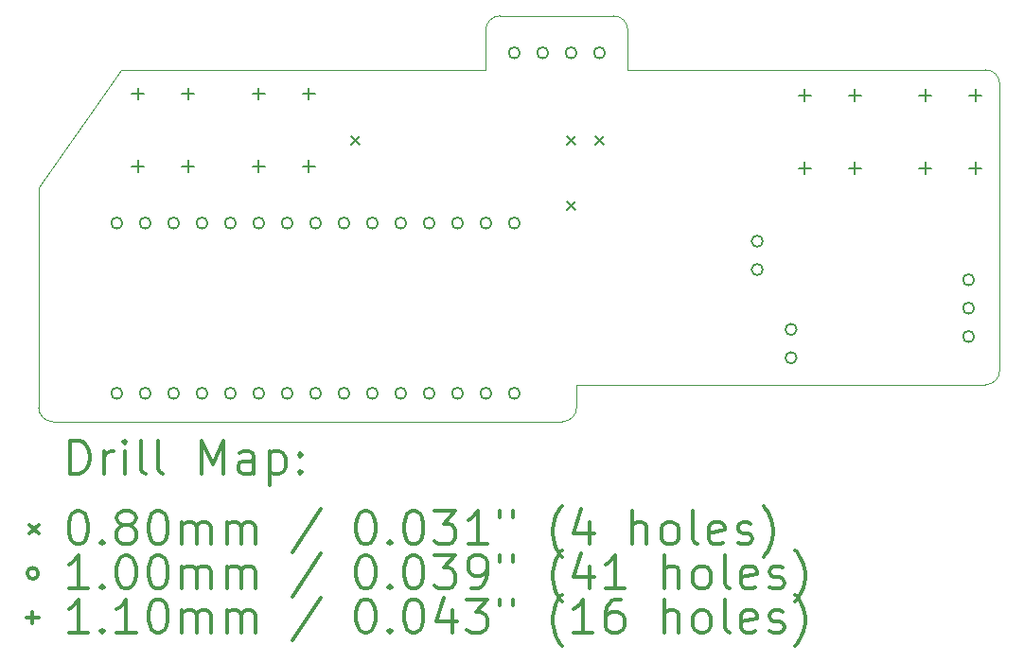
<source format=gbr>
%FSLAX45Y45*%
G04 Gerber Fmt 4.5, Leading zero omitted, Abs format (unit mm)*
G04 Created by KiCad (PCBNEW (5.1.9)-1) date 2021-04-19 08:10:03*
%MOMM*%
%LPD*%
G01*
G04 APERTURE LIST*
%TA.AperFunction,Profile*%
%ADD10C,0.050000*%
%TD*%
%ADD11C,0.200000*%
%ADD12C,0.300000*%
G04 APERTURE END LIST*
D10*
X10709656Y-10312400D02*
X13970000Y-10312400D01*
X9969500Y-11366500D02*
X10709656Y-10312400D01*
X10096500Y-13462000D02*
G75*
G02*
X9969500Y-13335000I0J127000D01*
G01*
X14782800Y-13335000D02*
G75*
G02*
X14655800Y-13462000I-127000J0D01*
G01*
X18567400Y-13004800D02*
G75*
G02*
X18440400Y-13131800I-127000J0D01*
G01*
X18440400Y-10312400D02*
G75*
G02*
X18567400Y-10439400I0J-127000D01*
G01*
X15113000Y-9829800D02*
G75*
G02*
X15240000Y-9956800I0J-127000D01*
G01*
X13970000Y-9956800D02*
G75*
G02*
X14097000Y-9829800I127000J0D01*
G01*
X14655800Y-13462000D02*
X14414500Y-13462000D01*
X14097000Y-9829800D02*
X15113000Y-9829800D01*
X14782800Y-13131800D02*
X14782800Y-13335000D01*
X14782800Y-13131800D02*
X18440400Y-13131800D01*
X18567400Y-10439400D02*
X18567400Y-13004800D01*
X15240000Y-10312400D02*
X15240000Y-9956800D01*
X15240000Y-10312400D02*
X18440400Y-10312400D01*
X13970000Y-10312400D02*
X13970000Y-9956800D01*
X9969500Y-13335000D02*
X9969500Y-11366500D01*
X10096500Y-13462000D02*
X14414500Y-13462000D01*
D11*
X12761722Y-10907522D02*
X12841478Y-10987278D01*
X12841478Y-10907522D02*
X12761722Y-10987278D01*
X14692122Y-10907522D02*
X14771878Y-10987278D01*
X14771878Y-10907522D02*
X14692122Y-10987278D01*
X14692122Y-11491722D02*
X14771878Y-11571478D01*
X14771878Y-11491722D02*
X14692122Y-11571478D01*
X14946122Y-10907522D02*
X15025878Y-10987278D01*
X15025878Y-10907522D02*
X14946122Y-10987278D01*
X10718000Y-11684000D02*
G75*
G03*
X10718000Y-11684000I-50000J0D01*
G01*
X10718000Y-13208000D02*
G75*
G03*
X10718000Y-13208000I-50000J0D01*
G01*
X10972000Y-11684000D02*
G75*
G03*
X10972000Y-11684000I-50000J0D01*
G01*
X10972000Y-13208000D02*
G75*
G03*
X10972000Y-13208000I-50000J0D01*
G01*
X11226000Y-11684000D02*
G75*
G03*
X11226000Y-11684000I-50000J0D01*
G01*
X11226000Y-13208000D02*
G75*
G03*
X11226000Y-13208000I-50000J0D01*
G01*
X11480000Y-11684000D02*
G75*
G03*
X11480000Y-11684000I-50000J0D01*
G01*
X11480000Y-13208000D02*
G75*
G03*
X11480000Y-13208000I-50000J0D01*
G01*
X11734000Y-11684000D02*
G75*
G03*
X11734000Y-11684000I-50000J0D01*
G01*
X11734000Y-13208000D02*
G75*
G03*
X11734000Y-13208000I-50000J0D01*
G01*
X11988000Y-11684000D02*
G75*
G03*
X11988000Y-11684000I-50000J0D01*
G01*
X11988000Y-13208000D02*
G75*
G03*
X11988000Y-13208000I-50000J0D01*
G01*
X12242000Y-11684000D02*
G75*
G03*
X12242000Y-11684000I-50000J0D01*
G01*
X12242000Y-13208000D02*
G75*
G03*
X12242000Y-13208000I-50000J0D01*
G01*
X12496000Y-11684000D02*
G75*
G03*
X12496000Y-11684000I-50000J0D01*
G01*
X12496000Y-13208000D02*
G75*
G03*
X12496000Y-13208000I-50000J0D01*
G01*
X12750000Y-11684000D02*
G75*
G03*
X12750000Y-11684000I-50000J0D01*
G01*
X12750000Y-13208000D02*
G75*
G03*
X12750000Y-13208000I-50000J0D01*
G01*
X13004000Y-11684000D02*
G75*
G03*
X13004000Y-11684000I-50000J0D01*
G01*
X13004000Y-13208000D02*
G75*
G03*
X13004000Y-13208000I-50000J0D01*
G01*
X13258000Y-11684000D02*
G75*
G03*
X13258000Y-11684000I-50000J0D01*
G01*
X13258000Y-13208000D02*
G75*
G03*
X13258000Y-13208000I-50000J0D01*
G01*
X13512000Y-11684000D02*
G75*
G03*
X13512000Y-11684000I-50000J0D01*
G01*
X13512000Y-13208000D02*
G75*
G03*
X13512000Y-13208000I-50000J0D01*
G01*
X13766000Y-11684000D02*
G75*
G03*
X13766000Y-11684000I-50000J0D01*
G01*
X13766000Y-13208000D02*
G75*
G03*
X13766000Y-13208000I-50000J0D01*
G01*
X14020000Y-11684000D02*
G75*
G03*
X14020000Y-11684000I-50000J0D01*
G01*
X14020000Y-13208000D02*
G75*
G03*
X14020000Y-13208000I-50000J0D01*
G01*
X14274000Y-10160000D02*
G75*
G03*
X14274000Y-10160000I-50000J0D01*
G01*
X14274000Y-11684000D02*
G75*
G03*
X14274000Y-11684000I-50000J0D01*
G01*
X14274000Y-13208000D02*
G75*
G03*
X14274000Y-13208000I-50000J0D01*
G01*
X14528000Y-10160000D02*
G75*
G03*
X14528000Y-10160000I-50000J0D01*
G01*
X14782000Y-10160000D02*
G75*
G03*
X14782000Y-10160000I-50000J0D01*
G01*
X15036000Y-10160000D02*
G75*
G03*
X15036000Y-10160000I-50000J0D01*
G01*
X16448240Y-11846560D02*
G75*
G03*
X16448240Y-11846560I-50000J0D01*
G01*
X16448240Y-12100560D02*
G75*
G03*
X16448240Y-12100560I-50000J0D01*
G01*
X16750500Y-12636500D02*
G75*
G03*
X16750500Y-12636500I-50000J0D01*
G01*
X16750500Y-12890500D02*
G75*
G03*
X16750500Y-12890500I-50000J0D01*
G01*
X18338000Y-12192000D02*
G75*
G03*
X18338000Y-12192000I-50000J0D01*
G01*
X18338000Y-12446000D02*
G75*
G03*
X18338000Y-12446000I-50000J0D01*
G01*
X18338000Y-12700000D02*
G75*
G03*
X18338000Y-12700000I-50000J0D01*
G01*
X10858500Y-10471000D02*
X10858500Y-10581000D01*
X10803500Y-10526000D02*
X10913500Y-10526000D01*
X10858500Y-11121000D02*
X10858500Y-11231000D01*
X10803500Y-11176000D02*
X10913500Y-11176000D01*
X11308500Y-10471000D02*
X11308500Y-10581000D01*
X11253500Y-10526000D02*
X11363500Y-10526000D01*
X11308500Y-11121000D02*
X11308500Y-11231000D01*
X11253500Y-11176000D02*
X11363500Y-11176000D01*
X11938000Y-10471000D02*
X11938000Y-10581000D01*
X11883000Y-10526000D02*
X11993000Y-10526000D01*
X11938000Y-11121000D02*
X11938000Y-11231000D01*
X11883000Y-11176000D02*
X11993000Y-11176000D01*
X12388000Y-10471000D02*
X12388000Y-10581000D01*
X12333000Y-10526000D02*
X12443000Y-10526000D01*
X12388000Y-11121000D02*
X12388000Y-11231000D01*
X12333000Y-11176000D02*
X12443000Y-11176000D01*
X16822000Y-10486000D02*
X16822000Y-10596000D01*
X16767000Y-10541000D02*
X16877000Y-10541000D01*
X16822000Y-11136000D02*
X16822000Y-11246000D01*
X16767000Y-11191000D02*
X16877000Y-11191000D01*
X17272000Y-10486000D02*
X17272000Y-10596000D01*
X17217000Y-10541000D02*
X17327000Y-10541000D01*
X17272000Y-11136000D02*
X17272000Y-11246000D01*
X17217000Y-11191000D02*
X17327000Y-11191000D01*
X17901500Y-10486000D02*
X17901500Y-10596000D01*
X17846500Y-10541000D02*
X17956500Y-10541000D01*
X17901500Y-11136000D02*
X17901500Y-11246000D01*
X17846500Y-11191000D02*
X17956500Y-11191000D01*
X18351500Y-10486000D02*
X18351500Y-10596000D01*
X18296500Y-10541000D02*
X18406500Y-10541000D01*
X18351500Y-11136000D02*
X18351500Y-11246000D01*
X18296500Y-11191000D02*
X18406500Y-11191000D01*
D12*
X10253428Y-13930214D02*
X10253428Y-13630214D01*
X10324857Y-13630214D01*
X10367714Y-13644500D01*
X10396286Y-13673071D01*
X10410571Y-13701643D01*
X10424857Y-13758786D01*
X10424857Y-13801643D01*
X10410571Y-13858786D01*
X10396286Y-13887357D01*
X10367714Y-13915929D01*
X10324857Y-13930214D01*
X10253428Y-13930214D01*
X10553428Y-13930214D02*
X10553428Y-13730214D01*
X10553428Y-13787357D02*
X10567714Y-13758786D01*
X10582000Y-13744500D01*
X10610571Y-13730214D01*
X10639143Y-13730214D01*
X10739143Y-13930214D02*
X10739143Y-13730214D01*
X10739143Y-13630214D02*
X10724857Y-13644500D01*
X10739143Y-13658786D01*
X10753428Y-13644500D01*
X10739143Y-13630214D01*
X10739143Y-13658786D01*
X10924857Y-13930214D02*
X10896286Y-13915929D01*
X10882000Y-13887357D01*
X10882000Y-13630214D01*
X11082000Y-13930214D02*
X11053428Y-13915929D01*
X11039143Y-13887357D01*
X11039143Y-13630214D01*
X11424857Y-13930214D02*
X11424857Y-13630214D01*
X11524857Y-13844500D01*
X11624857Y-13630214D01*
X11624857Y-13930214D01*
X11896286Y-13930214D02*
X11896286Y-13773071D01*
X11882000Y-13744500D01*
X11853428Y-13730214D01*
X11796286Y-13730214D01*
X11767714Y-13744500D01*
X11896286Y-13915929D02*
X11867714Y-13930214D01*
X11796286Y-13930214D01*
X11767714Y-13915929D01*
X11753428Y-13887357D01*
X11753428Y-13858786D01*
X11767714Y-13830214D01*
X11796286Y-13815929D01*
X11867714Y-13815929D01*
X11896286Y-13801643D01*
X12039143Y-13730214D02*
X12039143Y-14030214D01*
X12039143Y-13744500D02*
X12067714Y-13730214D01*
X12124857Y-13730214D01*
X12153428Y-13744500D01*
X12167714Y-13758786D01*
X12182000Y-13787357D01*
X12182000Y-13873071D01*
X12167714Y-13901643D01*
X12153428Y-13915929D01*
X12124857Y-13930214D01*
X12067714Y-13930214D01*
X12039143Y-13915929D01*
X12310571Y-13901643D02*
X12324857Y-13915929D01*
X12310571Y-13930214D01*
X12296286Y-13915929D01*
X12310571Y-13901643D01*
X12310571Y-13930214D01*
X12310571Y-13744500D02*
X12324857Y-13758786D01*
X12310571Y-13773071D01*
X12296286Y-13758786D01*
X12310571Y-13744500D01*
X12310571Y-13773071D01*
X9887244Y-14384622D02*
X9967000Y-14464378D01*
X9967000Y-14384622D02*
X9887244Y-14464378D01*
X10310571Y-14260214D02*
X10339143Y-14260214D01*
X10367714Y-14274500D01*
X10382000Y-14288786D01*
X10396286Y-14317357D01*
X10410571Y-14374500D01*
X10410571Y-14445929D01*
X10396286Y-14503071D01*
X10382000Y-14531643D01*
X10367714Y-14545929D01*
X10339143Y-14560214D01*
X10310571Y-14560214D01*
X10282000Y-14545929D01*
X10267714Y-14531643D01*
X10253428Y-14503071D01*
X10239143Y-14445929D01*
X10239143Y-14374500D01*
X10253428Y-14317357D01*
X10267714Y-14288786D01*
X10282000Y-14274500D01*
X10310571Y-14260214D01*
X10539143Y-14531643D02*
X10553428Y-14545929D01*
X10539143Y-14560214D01*
X10524857Y-14545929D01*
X10539143Y-14531643D01*
X10539143Y-14560214D01*
X10724857Y-14388786D02*
X10696286Y-14374500D01*
X10682000Y-14360214D01*
X10667714Y-14331643D01*
X10667714Y-14317357D01*
X10682000Y-14288786D01*
X10696286Y-14274500D01*
X10724857Y-14260214D01*
X10782000Y-14260214D01*
X10810571Y-14274500D01*
X10824857Y-14288786D01*
X10839143Y-14317357D01*
X10839143Y-14331643D01*
X10824857Y-14360214D01*
X10810571Y-14374500D01*
X10782000Y-14388786D01*
X10724857Y-14388786D01*
X10696286Y-14403071D01*
X10682000Y-14417357D01*
X10667714Y-14445929D01*
X10667714Y-14503071D01*
X10682000Y-14531643D01*
X10696286Y-14545929D01*
X10724857Y-14560214D01*
X10782000Y-14560214D01*
X10810571Y-14545929D01*
X10824857Y-14531643D01*
X10839143Y-14503071D01*
X10839143Y-14445929D01*
X10824857Y-14417357D01*
X10810571Y-14403071D01*
X10782000Y-14388786D01*
X11024857Y-14260214D02*
X11053428Y-14260214D01*
X11082000Y-14274500D01*
X11096286Y-14288786D01*
X11110571Y-14317357D01*
X11124857Y-14374500D01*
X11124857Y-14445929D01*
X11110571Y-14503071D01*
X11096286Y-14531643D01*
X11082000Y-14545929D01*
X11053428Y-14560214D01*
X11024857Y-14560214D01*
X10996286Y-14545929D01*
X10982000Y-14531643D01*
X10967714Y-14503071D01*
X10953428Y-14445929D01*
X10953428Y-14374500D01*
X10967714Y-14317357D01*
X10982000Y-14288786D01*
X10996286Y-14274500D01*
X11024857Y-14260214D01*
X11253428Y-14560214D02*
X11253428Y-14360214D01*
X11253428Y-14388786D02*
X11267714Y-14374500D01*
X11296286Y-14360214D01*
X11339143Y-14360214D01*
X11367714Y-14374500D01*
X11382000Y-14403071D01*
X11382000Y-14560214D01*
X11382000Y-14403071D02*
X11396286Y-14374500D01*
X11424857Y-14360214D01*
X11467714Y-14360214D01*
X11496286Y-14374500D01*
X11510571Y-14403071D01*
X11510571Y-14560214D01*
X11653428Y-14560214D02*
X11653428Y-14360214D01*
X11653428Y-14388786D02*
X11667714Y-14374500D01*
X11696286Y-14360214D01*
X11739143Y-14360214D01*
X11767714Y-14374500D01*
X11782000Y-14403071D01*
X11782000Y-14560214D01*
X11782000Y-14403071D02*
X11796286Y-14374500D01*
X11824857Y-14360214D01*
X11867714Y-14360214D01*
X11896286Y-14374500D01*
X11910571Y-14403071D01*
X11910571Y-14560214D01*
X12496286Y-14245929D02*
X12239143Y-14631643D01*
X12882000Y-14260214D02*
X12910571Y-14260214D01*
X12939143Y-14274500D01*
X12953428Y-14288786D01*
X12967714Y-14317357D01*
X12982000Y-14374500D01*
X12982000Y-14445929D01*
X12967714Y-14503071D01*
X12953428Y-14531643D01*
X12939143Y-14545929D01*
X12910571Y-14560214D01*
X12882000Y-14560214D01*
X12853428Y-14545929D01*
X12839143Y-14531643D01*
X12824857Y-14503071D01*
X12810571Y-14445929D01*
X12810571Y-14374500D01*
X12824857Y-14317357D01*
X12839143Y-14288786D01*
X12853428Y-14274500D01*
X12882000Y-14260214D01*
X13110571Y-14531643D02*
X13124857Y-14545929D01*
X13110571Y-14560214D01*
X13096286Y-14545929D01*
X13110571Y-14531643D01*
X13110571Y-14560214D01*
X13310571Y-14260214D02*
X13339143Y-14260214D01*
X13367714Y-14274500D01*
X13382000Y-14288786D01*
X13396286Y-14317357D01*
X13410571Y-14374500D01*
X13410571Y-14445929D01*
X13396286Y-14503071D01*
X13382000Y-14531643D01*
X13367714Y-14545929D01*
X13339143Y-14560214D01*
X13310571Y-14560214D01*
X13282000Y-14545929D01*
X13267714Y-14531643D01*
X13253428Y-14503071D01*
X13239143Y-14445929D01*
X13239143Y-14374500D01*
X13253428Y-14317357D01*
X13267714Y-14288786D01*
X13282000Y-14274500D01*
X13310571Y-14260214D01*
X13510571Y-14260214D02*
X13696286Y-14260214D01*
X13596286Y-14374500D01*
X13639143Y-14374500D01*
X13667714Y-14388786D01*
X13682000Y-14403071D01*
X13696286Y-14431643D01*
X13696286Y-14503071D01*
X13682000Y-14531643D01*
X13667714Y-14545929D01*
X13639143Y-14560214D01*
X13553428Y-14560214D01*
X13524857Y-14545929D01*
X13510571Y-14531643D01*
X13982000Y-14560214D02*
X13810571Y-14560214D01*
X13896286Y-14560214D02*
X13896286Y-14260214D01*
X13867714Y-14303071D01*
X13839143Y-14331643D01*
X13810571Y-14345929D01*
X14096286Y-14260214D02*
X14096286Y-14317357D01*
X14210571Y-14260214D02*
X14210571Y-14317357D01*
X14653428Y-14674500D02*
X14639143Y-14660214D01*
X14610571Y-14617357D01*
X14596286Y-14588786D01*
X14582000Y-14545929D01*
X14567714Y-14474500D01*
X14567714Y-14417357D01*
X14582000Y-14345929D01*
X14596286Y-14303071D01*
X14610571Y-14274500D01*
X14639143Y-14231643D01*
X14653428Y-14217357D01*
X14896286Y-14360214D02*
X14896286Y-14560214D01*
X14824857Y-14245929D02*
X14753428Y-14460214D01*
X14939143Y-14460214D01*
X15282000Y-14560214D02*
X15282000Y-14260214D01*
X15410571Y-14560214D02*
X15410571Y-14403071D01*
X15396286Y-14374500D01*
X15367714Y-14360214D01*
X15324857Y-14360214D01*
X15296286Y-14374500D01*
X15282000Y-14388786D01*
X15596286Y-14560214D02*
X15567714Y-14545929D01*
X15553428Y-14531643D01*
X15539143Y-14503071D01*
X15539143Y-14417357D01*
X15553428Y-14388786D01*
X15567714Y-14374500D01*
X15596286Y-14360214D01*
X15639143Y-14360214D01*
X15667714Y-14374500D01*
X15682000Y-14388786D01*
X15696286Y-14417357D01*
X15696286Y-14503071D01*
X15682000Y-14531643D01*
X15667714Y-14545929D01*
X15639143Y-14560214D01*
X15596286Y-14560214D01*
X15867714Y-14560214D02*
X15839143Y-14545929D01*
X15824857Y-14517357D01*
X15824857Y-14260214D01*
X16096286Y-14545929D02*
X16067714Y-14560214D01*
X16010571Y-14560214D01*
X15982000Y-14545929D01*
X15967714Y-14517357D01*
X15967714Y-14403071D01*
X15982000Y-14374500D01*
X16010571Y-14360214D01*
X16067714Y-14360214D01*
X16096286Y-14374500D01*
X16110571Y-14403071D01*
X16110571Y-14431643D01*
X15967714Y-14460214D01*
X16224857Y-14545929D02*
X16253428Y-14560214D01*
X16310571Y-14560214D01*
X16339143Y-14545929D01*
X16353428Y-14517357D01*
X16353428Y-14503071D01*
X16339143Y-14474500D01*
X16310571Y-14460214D01*
X16267714Y-14460214D01*
X16239143Y-14445929D01*
X16224857Y-14417357D01*
X16224857Y-14403071D01*
X16239143Y-14374500D01*
X16267714Y-14360214D01*
X16310571Y-14360214D01*
X16339143Y-14374500D01*
X16453428Y-14674500D02*
X16467714Y-14660214D01*
X16496286Y-14617357D01*
X16510571Y-14588786D01*
X16524857Y-14545929D01*
X16539143Y-14474500D01*
X16539143Y-14417357D01*
X16524857Y-14345929D01*
X16510571Y-14303071D01*
X16496286Y-14274500D01*
X16467714Y-14231643D01*
X16453428Y-14217357D01*
X9967000Y-14820500D02*
G75*
G03*
X9967000Y-14820500I-50000J0D01*
G01*
X10410571Y-14956214D02*
X10239143Y-14956214D01*
X10324857Y-14956214D02*
X10324857Y-14656214D01*
X10296286Y-14699071D01*
X10267714Y-14727643D01*
X10239143Y-14741929D01*
X10539143Y-14927643D02*
X10553428Y-14941929D01*
X10539143Y-14956214D01*
X10524857Y-14941929D01*
X10539143Y-14927643D01*
X10539143Y-14956214D01*
X10739143Y-14656214D02*
X10767714Y-14656214D01*
X10796286Y-14670500D01*
X10810571Y-14684786D01*
X10824857Y-14713357D01*
X10839143Y-14770500D01*
X10839143Y-14841929D01*
X10824857Y-14899071D01*
X10810571Y-14927643D01*
X10796286Y-14941929D01*
X10767714Y-14956214D01*
X10739143Y-14956214D01*
X10710571Y-14941929D01*
X10696286Y-14927643D01*
X10682000Y-14899071D01*
X10667714Y-14841929D01*
X10667714Y-14770500D01*
X10682000Y-14713357D01*
X10696286Y-14684786D01*
X10710571Y-14670500D01*
X10739143Y-14656214D01*
X11024857Y-14656214D02*
X11053428Y-14656214D01*
X11082000Y-14670500D01*
X11096286Y-14684786D01*
X11110571Y-14713357D01*
X11124857Y-14770500D01*
X11124857Y-14841929D01*
X11110571Y-14899071D01*
X11096286Y-14927643D01*
X11082000Y-14941929D01*
X11053428Y-14956214D01*
X11024857Y-14956214D01*
X10996286Y-14941929D01*
X10982000Y-14927643D01*
X10967714Y-14899071D01*
X10953428Y-14841929D01*
X10953428Y-14770500D01*
X10967714Y-14713357D01*
X10982000Y-14684786D01*
X10996286Y-14670500D01*
X11024857Y-14656214D01*
X11253428Y-14956214D02*
X11253428Y-14756214D01*
X11253428Y-14784786D02*
X11267714Y-14770500D01*
X11296286Y-14756214D01*
X11339143Y-14756214D01*
X11367714Y-14770500D01*
X11382000Y-14799071D01*
X11382000Y-14956214D01*
X11382000Y-14799071D02*
X11396286Y-14770500D01*
X11424857Y-14756214D01*
X11467714Y-14756214D01*
X11496286Y-14770500D01*
X11510571Y-14799071D01*
X11510571Y-14956214D01*
X11653428Y-14956214D02*
X11653428Y-14756214D01*
X11653428Y-14784786D02*
X11667714Y-14770500D01*
X11696286Y-14756214D01*
X11739143Y-14756214D01*
X11767714Y-14770500D01*
X11782000Y-14799071D01*
X11782000Y-14956214D01*
X11782000Y-14799071D02*
X11796286Y-14770500D01*
X11824857Y-14756214D01*
X11867714Y-14756214D01*
X11896286Y-14770500D01*
X11910571Y-14799071D01*
X11910571Y-14956214D01*
X12496286Y-14641929D02*
X12239143Y-15027643D01*
X12882000Y-14656214D02*
X12910571Y-14656214D01*
X12939143Y-14670500D01*
X12953428Y-14684786D01*
X12967714Y-14713357D01*
X12982000Y-14770500D01*
X12982000Y-14841929D01*
X12967714Y-14899071D01*
X12953428Y-14927643D01*
X12939143Y-14941929D01*
X12910571Y-14956214D01*
X12882000Y-14956214D01*
X12853428Y-14941929D01*
X12839143Y-14927643D01*
X12824857Y-14899071D01*
X12810571Y-14841929D01*
X12810571Y-14770500D01*
X12824857Y-14713357D01*
X12839143Y-14684786D01*
X12853428Y-14670500D01*
X12882000Y-14656214D01*
X13110571Y-14927643D02*
X13124857Y-14941929D01*
X13110571Y-14956214D01*
X13096286Y-14941929D01*
X13110571Y-14927643D01*
X13110571Y-14956214D01*
X13310571Y-14656214D02*
X13339143Y-14656214D01*
X13367714Y-14670500D01*
X13382000Y-14684786D01*
X13396286Y-14713357D01*
X13410571Y-14770500D01*
X13410571Y-14841929D01*
X13396286Y-14899071D01*
X13382000Y-14927643D01*
X13367714Y-14941929D01*
X13339143Y-14956214D01*
X13310571Y-14956214D01*
X13282000Y-14941929D01*
X13267714Y-14927643D01*
X13253428Y-14899071D01*
X13239143Y-14841929D01*
X13239143Y-14770500D01*
X13253428Y-14713357D01*
X13267714Y-14684786D01*
X13282000Y-14670500D01*
X13310571Y-14656214D01*
X13510571Y-14656214D02*
X13696286Y-14656214D01*
X13596286Y-14770500D01*
X13639143Y-14770500D01*
X13667714Y-14784786D01*
X13682000Y-14799071D01*
X13696286Y-14827643D01*
X13696286Y-14899071D01*
X13682000Y-14927643D01*
X13667714Y-14941929D01*
X13639143Y-14956214D01*
X13553428Y-14956214D01*
X13524857Y-14941929D01*
X13510571Y-14927643D01*
X13839143Y-14956214D02*
X13896286Y-14956214D01*
X13924857Y-14941929D01*
X13939143Y-14927643D01*
X13967714Y-14884786D01*
X13982000Y-14827643D01*
X13982000Y-14713357D01*
X13967714Y-14684786D01*
X13953428Y-14670500D01*
X13924857Y-14656214D01*
X13867714Y-14656214D01*
X13839143Y-14670500D01*
X13824857Y-14684786D01*
X13810571Y-14713357D01*
X13810571Y-14784786D01*
X13824857Y-14813357D01*
X13839143Y-14827643D01*
X13867714Y-14841929D01*
X13924857Y-14841929D01*
X13953428Y-14827643D01*
X13967714Y-14813357D01*
X13982000Y-14784786D01*
X14096286Y-14656214D02*
X14096286Y-14713357D01*
X14210571Y-14656214D02*
X14210571Y-14713357D01*
X14653428Y-15070500D02*
X14639143Y-15056214D01*
X14610571Y-15013357D01*
X14596286Y-14984786D01*
X14582000Y-14941929D01*
X14567714Y-14870500D01*
X14567714Y-14813357D01*
X14582000Y-14741929D01*
X14596286Y-14699071D01*
X14610571Y-14670500D01*
X14639143Y-14627643D01*
X14653428Y-14613357D01*
X14896286Y-14756214D02*
X14896286Y-14956214D01*
X14824857Y-14641929D02*
X14753428Y-14856214D01*
X14939143Y-14856214D01*
X15210571Y-14956214D02*
X15039143Y-14956214D01*
X15124857Y-14956214D02*
X15124857Y-14656214D01*
X15096286Y-14699071D01*
X15067714Y-14727643D01*
X15039143Y-14741929D01*
X15567714Y-14956214D02*
X15567714Y-14656214D01*
X15696286Y-14956214D02*
X15696286Y-14799071D01*
X15682000Y-14770500D01*
X15653428Y-14756214D01*
X15610571Y-14756214D01*
X15582000Y-14770500D01*
X15567714Y-14784786D01*
X15882000Y-14956214D02*
X15853428Y-14941929D01*
X15839143Y-14927643D01*
X15824857Y-14899071D01*
X15824857Y-14813357D01*
X15839143Y-14784786D01*
X15853428Y-14770500D01*
X15882000Y-14756214D01*
X15924857Y-14756214D01*
X15953428Y-14770500D01*
X15967714Y-14784786D01*
X15982000Y-14813357D01*
X15982000Y-14899071D01*
X15967714Y-14927643D01*
X15953428Y-14941929D01*
X15924857Y-14956214D01*
X15882000Y-14956214D01*
X16153428Y-14956214D02*
X16124857Y-14941929D01*
X16110571Y-14913357D01*
X16110571Y-14656214D01*
X16382000Y-14941929D02*
X16353428Y-14956214D01*
X16296286Y-14956214D01*
X16267714Y-14941929D01*
X16253428Y-14913357D01*
X16253428Y-14799071D01*
X16267714Y-14770500D01*
X16296286Y-14756214D01*
X16353428Y-14756214D01*
X16382000Y-14770500D01*
X16396286Y-14799071D01*
X16396286Y-14827643D01*
X16253428Y-14856214D01*
X16510571Y-14941929D02*
X16539143Y-14956214D01*
X16596286Y-14956214D01*
X16624857Y-14941929D01*
X16639143Y-14913357D01*
X16639143Y-14899071D01*
X16624857Y-14870500D01*
X16596286Y-14856214D01*
X16553428Y-14856214D01*
X16524857Y-14841929D01*
X16510571Y-14813357D01*
X16510571Y-14799071D01*
X16524857Y-14770500D01*
X16553428Y-14756214D01*
X16596286Y-14756214D01*
X16624857Y-14770500D01*
X16739143Y-15070500D02*
X16753428Y-15056214D01*
X16782000Y-15013357D01*
X16796286Y-14984786D01*
X16810571Y-14941929D01*
X16824857Y-14870500D01*
X16824857Y-14813357D01*
X16810571Y-14741929D01*
X16796286Y-14699071D01*
X16782000Y-14670500D01*
X16753428Y-14627643D01*
X16739143Y-14613357D01*
X9912000Y-15161500D02*
X9912000Y-15271500D01*
X9857000Y-15216500D02*
X9967000Y-15216500D01*
X10410571Y-15352214D02*
X10239143Y-15352214D01*
X10324857Y-15352214D02*
X10324857Y-15052214D01*
X10296286Y-15095071D01*
X10267714Y-15123643D01*
X10239143Y-15137929D01*
X10539143Y-15323643D02*
X10553428Y-15337929D01*
X10539143Y-15352214D01*
X10524857Y-15337929D01*
X10539143Y-15323643D01*
X10539143Y-15352214D01*
X10839143Y-15352214D02*
X10667714Y-15352214D01*
X10753428Y-15352214D02*
X10753428Y-15052214D01*
X10724857Y-15095071D01*
X10696286Y-15123643D01*
X10667714Y-15137929D01*
X11024857Y-15052214D02*
X11053428Y-15052214D01*
X11082000Y-15066500D01*
X11096286Y-15080786D01*
X11110571Y-15109357D01*
X11124857Y-15166500D01*
X11124857Y-15237929D01*
X11110571Y-15295071D01*
X11096286Y-15323643D01*
X11082000Y-15337929D01*
X11053428Y-15352214D01*
X11024857Y-15352214D01*
X10996286Y-15337929D01*
X10982000Y-15323643D01*
X10967714Y-15295071D01*
X10953428Y-15237929D01*
X10953428Y-15166500D01*
X10967714Y-15109357D01*
X10982000Y-15080786D01*
X10996286Y-15066500D01*
X11024857Y-15052214D01*
X11253428Y-15352214D02*
X11253428Y-15152214D01*
X11253428Y-15180786D02*
X11267714Y-15166500D01*
X11296286Y-15152214D01*
X11339143Y-15152214D01*
X11367714Y-15166500D01*
X11382000Y-15195071D01*
X11382000Y-15352214D01*
X11382000Y-15195071D02*
X11396286Y-15166500D01*
X11424857Y-15152214D01*
X11467714Y-15152214D01*
X11496286Y-15166500D01*
X11510571Y-15195071D01*
X11510571Y-15352214D01*
X11653428Y-15352214D02*
X11653428Y-15152214D01*
X11653428Y-15180786D02*
X11667714Y-15166500D01*
X11696286Y-15152214D01*
X11739143Y-15152214D01*
X11767714Y-15166500D01*
X11782000Y-15195071D01*
X11782000Y-15352214D01*
X11782000Y-15195071D02*
X11796286Y-15166500D01*
X11824857Y-15152214D01*
X11867714Y-15152214D01*
X11896286Y-15166500D01*
X11910571Y-15195071D01*
X11910571Y-15352214D01*
X12496286Y-15037929D02*
X12239143Y-15423643D01*
X12882000Y-15052214D02*
X12910571Y-15052214D01*
X12939143Y-15066500D01*
X12953428Y-15080786D01*
X12967714Y-15109357D01*
X12982000Y-15166500D01*
X12982000Y-15237929D01*
X12967714Y-15295071D01*
X12953428Y-15323643D01*
X12939143Y-15337929D01*
X12910571Y-15352214D01*
X12882000Y-15352214D01*
X12853428Y-15337929D01*
X12839143Y-15323643D01*
X12824857Y-15295071D01*
X12810571Y-15237929D01*
X12810571Y-15166500D01*
X12824857Y-15109357D01*
X12839143Y-15080786D01*
X12853428Y-15066500D01*
X12882000Y-15052214D01*
X13110571Y-15323643D02*
X13124857Y-15337929D01*
X13110571Y-15352214D01*
X13096286Y-15337929D01*
X13110571Y-15323643D01*
X13110571Y-15352214D01*
X13310571Y-15052214D02*
X13339143Y-15052214D01*
X13367714Y-15066500D01*
X13382000Y-15080786D01*
X13396286Y-15109357D01*
X13410571Y-15166500D01*
X13410571Y-15237929D01*
X13396286Y-15295071D01*
X13382000Y-15323643D01*
X13367714Y-15337929D01*
X13339143Y-15352214D01*
X13310571Y-15352214D01*
X13282000Y-15337929D01*
X13267714Y-15323643D01*
X13253428Y-15295071D01*
X13239143Y-15237929D01*
X13239143Y-15166500D01*
X13253428Y-15109357D01*
X13267714Y-15080786D01*
X13282000Y-15066500D01*
X13310571Y-15052214D01*
X13667714Y-15152214D02*
X13667714Y-15352214D01*
X13596286Y-15037929D02*
X13524857Y-15252214D01*
X13710571Y-15252214D01*
X13796286Y-15052214D02*
X13982000Y-15052214D01*
X13882000Y-15166500D01*
X13924857Y-15166500D01*
X13953428Y-15180786D01*
X13967714Y-15195071D01*
X13982000Y-15223643D01*
X13982000Y-15295071D01*
X13967714Y-15323643D01*
X13953428Y-15337929D01*
X13924857Y-15352214D01*
X13839143Y-15352214D01*
X13810571Y-15337929D01*
X13796286Y-15323643D01*
X14096286Y-15052214D02*
X14096286Y-15109357D01*
X14210571Y-15052214D02*
X14210571Y-15109357D01*
X14653428Y-15466500D02*
X14639143Y-15452214D01*
X14610571Y-15409357D01*
X14596286Y-15380786D01*
X14582000Y-15337929D01*
X14567714Y-15266500D01*
X14567714Y-15209357D01*
X14582000Y-15137929D01*
X14596286Y-15095071D01*
X14610571Y-15066500D01*
X14639143Y-15023643D01*
X14653428Y-15009357D01*
X14924857Y-15352214D02*
X14753428Y-15352214D01*
X14839143Y-15352214D02*
X14839143Y-15052214D01*
X14810571Y-15095071D01*
X14782000Y-15123643D01*
X14753428Y-15137929D01*
X15182000Y-15052214D02*
X15124857Y-15052214D01*
X15096286Y-15066500D01*
X15082000Y-15080786D01*
X15053428Y-15123643D01*
X15039143Y-15180786D01*
X15039143Y-15295071D01*
X15053428Y-15323643D01*
X15067714Y-15337929D01*
X15096286Y-15352214D01*
X15153428Y-15352214D01*
X15182000Y-15337929D01*
X15196286Y-15323643D01*
X15210571Y-15295071D01*
X15210571Y-15223643D01*
X15196286Y-15195071D01*
X15182000Y-15180786D01*
X15153428Y-15166500D01*
X15096286Y-15166500D01*
X15067714Y-15180786D01*
X15053428Y-15195071D01*
X15039143Y-15223643D01*
X15567714Y-15352214D02*
X15567714Y-15052214D01*
X15696286Y-15352214D02*
X15696286Y-15195071D01*
X15682000Y-15166500D01*
X15653428Y-15152214D01*
X15610571Y-15152214D01*
X15582000Y-15166500D01*
X15567714Y-15180786D01*
X15882000Y-15352214D02*
X15853428Y-15337929D01*
X15839143Y-15323643D01*
X15824857Y-15295071D01*
X15824857Y-15209357D01*
X15839143Y-15180786D01*
X15853428Y-15166500D01*
X15882000Y-15152214D01*
X15924857Y-15152214D01*
X15953428Y-15166500D01*
X15967714Y-15180786D01*
X15982000Y-15209357D01*
X15982000Y-15295071D01*
X15967714Y-15323643D01*
X15953428Y-15337929D01*
X15924857Y-15352214D01*
X15882000Y-15352214D01*
X16153428Y-15352214D02*
X16124857Y-15337929D01*
X16110571Y-15309357D01*
X16110571Y-15052214D01*
X16382000Y-15337929D02*
X16353428Y-15352214D01*
X16296286Y-15352214D01*
X16267714Y-15337929D01*
X16253428Y-15309357D01*
X16253428Y-15195071D01*
X16267714Y-15166500D01*
X16296286Y-15152214D01*
X16353428Y-15152214D01*
X16382000Y-15166500D01*
X16396286Y-15195071D01*
X16396286Y-15223643D01*
X16253428Y-15252214D01*
X16510571Y-15337929D02*
X16539143Y-15352214D01*
X16596286Y-15352214D01*
X16624857Y-15337929D01*
X16639143Y-15309357D01*
X16639143Y-15295071D01*
X16624857Y-15266500D01*
X16596286Y-15252214D01*
X16553428Y-15252214D01*
X16524857Y-15237929D01*
X16510571Y-15209357D01*
X16510571Y-15195071D01*
X16524857Y-15166500D01*
X16553428Y-15152214D01*
X16596286Y-15152214D01*
X16624857Y-15166500D01*
X16739143Y-15466500D02*
X16753428Y-15452214D01*
X16782000Y-15409357D01*
X16796286Y-15380786D01*
X16810571Y-15337929D01*
X16824857Y-15266500D01*
X16824857Y-15209357D01*
X16810571Y-15137929D01*
X16796286Y-15095071D01*
X16782000Y-15066500D01*
X16753428Y-15023643D01*
X16739143Y-15009357D01*
M02*

</source>
